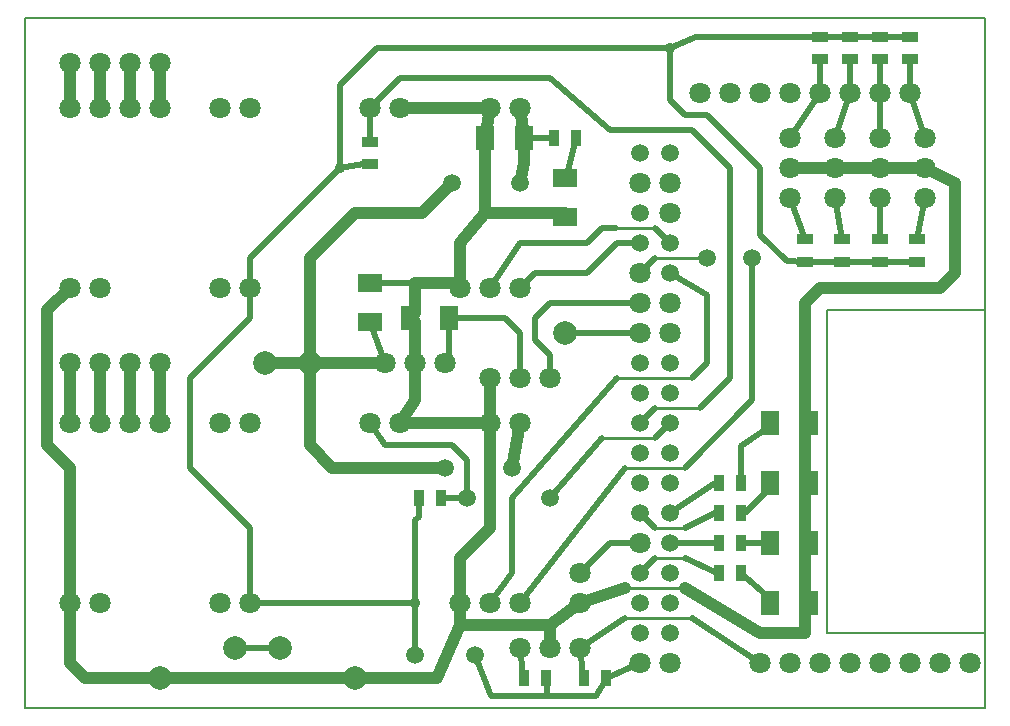
<source format=gtl>
G04 (created by PCBNEW (2013-jul-07)-stable) date dim. 26 avril 2015 11:03:54 CEST*
%MOIN*%
G04 Gerber Fmt 3.4, Leading zero omitted, Abs format*
%FSLAX34Y34*%
G01*
G70*
G90*
G04 APERTURE LIST*
%ADD10C,0.00590551*%
%ADD11C,0.0708661*%
%ADD12R,0.08X0.06*%
%ADD13R,0.06X0.08*%
%ADD14R,0.035X0.055*%
%ADD15R,0.055X0.035*%
%ADD16C,0.0787*%
%ADD17C,0.0590551*%
%ADD18C,0.035*%
%ADD19C,0.0393701*%
%ADD20C,0.019685*%
%ADD21C,0.01*%
G04 APERTURE END LIST*
G54D10*
X32000Y23000D02*
X32000Y0D01*
X0Y0D02*
X0Y23000D01*
X0Y0D02*
X32000Y0D01*
X0Y23000D02*
X32000Y23000D01*
X26750Y13250D02*
X32000Y13250D01*
X26750Y2500D02*
X26750Y13250D01*
X32000Y2500D02*
X26750Y2500D01*
G54D11*
X1500Y14000D03*
X2500Y14000D03*
X6500Y14000D03*
X7500Y14000D03*
X14500Y14000D03*
X15500Y14000D03*
X16500Y14000D03*
X16500Y20000D03*
X15500Y20000D03*
X12500Y20000D03*
X11500Y20000D03*
X7500Y20000D03*
X6500Y20000D03*
X4500Y20000D03*
X3500Y20000D03*
X2500Y20000D03*
X1500Y20000D03*
X12000Y11500D03*
X13000Y11500D03*
X14000Y11500D03*
G54D12*
X11500Y12850D03*
X11500Y14150D03*
G54D13*
X14150Y13000D03*
X12850Y13000D03*
X16650Y19000D03*
X15350Y19000D03*
G54D14*
X19375Y1000D03*
X18625Y1000D03*
X23125Y6500D03*
X23875Y6500D03*
X23125Y7500D03*
X23875Y7500D03*
X17625Y19000D03*
X18375Y19000D03*
G54D15*
X11500Y18875D03*
X11500Y18125D03*
G54D14*
X13875Y7000D03*
X13125Y7000D03*
X23125Y5500D03*
X23875Y5500D03*
X17375Y1000D03*
X16625Y1000D03*
G54D15*
X29750Y15625D03*
X29750Y14875D03*
X28500Y14875D03*
X28500Y15625D03*
X27250Y14875D03*
X27250Y15625D03*
X26000Y14875D03*
X26000Y15625D03*
X26500Y21625D03*
X26500Y22375D03*
X27500Y21625D03*
X27500Y22375D03*
X29500Y21625D03*
X29500Y22375D03*
X28500Y21625D03*
X28500Y22375D03*
G54D14*
X23125Y4500D03*
X23875Y4500D03*
G54D11*
X1500Y11500D03*
X2500Y11500D03*
X3500Y11500D03*
X4500Y11500D03*
X1500Y21500D03*
X2500Y21500D03*
X3500Y21500D03*
X4500Y21500D03*
X30000Y17000D03*
X30000Y18000D03*
X30000Y19000D03*
X16500Y2000D03*
X17500Y2000D03*
X18500Y2000D03*
X28500Y17000D03*
X28500Y18000D03*
X28500Y19000D03*
X27000Y17000D03*
X27000Y18000D03*
X27000Y19000D03*
X25500Y17000D03*
X25500Y18000D03*
X25500Y19000D03*
X18500Y3500D03*
X18500Y4500D03*
X1500Y3500D03*
X2500Y3500D03*
X6500Y3500D03*
X7500Y3500D03*
X14500Y3500D03*
X15500Y3500D03*
X16500Y3500D03*
X16500Y9500D03*
X15500Y9500D03*
X12500Y9500D03*
X11500Y9500D03*
X7500Y9500D03*
X6500Y9500D03*
X4500Y9500D03*
X3500Y9500D03*
X2500Y9500D03*
X1500Y9500D03*
G54D16*
X7000Y2000D03*
X9500Y11500D03*
X11000Y1000D03*
X18000Y12500D03*
X8500Y2000D03*
X4500Y1000D03*
X8000Y11500D03*
G54D11*
X31500Y1500D03*
X30500Y1500D03*
X29500Y1500D03*
X28500Y1500D03*
X27500Y1500D03*
X26500Y1500D03*
X25500Y1500D03*
X24500Y1500D03*
X22500Y20500D03*
X23500Y20500D03*
X24500Y20500D03*
X25500Y20500D03*
X29500Y20500D03*
X28500Y20500D03*
X27500Y20500D03*
X26500Y20500D03*
G54D17*
X21500Y2500D03*
X20500Y2500D03*
X21500Y3500D03*
X20500Y3500D03*
X21500Y4500D03*
X20500Y4500D03*
X21500Y5500D03*
G54D11*
X20500Y5500D03*
X21500Y1500D03*
X20500Y1500D03*
G54D17*
X20500Y6500D03*
X21500Y6500D03*
X21500Y7500D03*
X20500Y7500D03*
X21500Y8500D03*
X20500Y8500D03*
X21500Y9500D03*
X20500Y9500D03*
X21500Y10500D03*
X20500Y10500D03*
X21500Y11500D03*
X20500Y11500D03*
G54D11*
X21500Y12500D03*
X20500Y12500D03*
X21500Y13500D03*
X20500Y13500D03*
G54D17*
X21500Y14500D03*
G54D11*
X20500Y14500D03*
G54D17*
X21500Y15500D03*
X20500Y15500D03*
G54D11*
X21500Y16500D03*
G54D17*
X20500Y16500D03*
G54D11*
X21500Y17500D03*
X20500Y17500D03*
G54D17*
X21500Y18500D03*
X20500Y18500D03*
G54D11*
X15500Y11000D03*
X16500Y11000D03*
X17500Y11000D03*
G54D13*
X26150Y9500D03*
X24850Y9500D03*
X26150Y7500D03*
X24850Y7500D03*
X26150Y5500D03*
X24850Y5500D03*
X26150Y3500D03*
X24850Y3500D03*
G54D12*
X18000Y16350D03*
X18000Y17650D03*
G54D17*
X14250Y17500D03*
X16500Y17500D03*
X14000Y8000D03*
X16250Y8000D03*
G54D18*
X21500Y22000D03*
X13000Y3500D03*
X10500Y18000D03*
G54D17*
X13000Y1750D03*
X15000Y1750D03*
G54D18*
X14500Y2750D03*
G54D17*
X24250Y15000D03*
X22750Y15000D03*
X14750Y7000D03*
X17500Y7000D03*
G54D19*
X16650Y19000D02*
X16650Y18150D01*
X9500Y15000D02*
X9500Y11500D01*
X11000Y16500D02*
X9500Y15000D01*
X13250Y16500D02*
X11000Y16500D01*
X14250Y17500D02*
X13250Y16500D01*
X16650Y18150D02*
X16500Y17500D01*
X9500Y11500D02*
X8000Y11500D01*
X10250Y8000D02*
X9500Y8750D01*
X9500Y8750D02*
X9500Y11500D01*
X14000Y8000D02*
X10250Y8000D01*
X16500Y9500D02*
X16250Y8000D01*
G54D20*
X17625Y19000D02*
X16650Y19000D01*
G54D19*
X16500Y20000D02*
X16650Y19070D01*
X9500Y11500D02*
X12000Y11500D01*
G54D20*
X11500Y12850D02*
X12000Y11490D01*
X19400Y1000D02*
X20500Y1500D01*
X13125Y7000D02*
X13125Y6375D01*
X13000Y6250D02*
X13000Y3500D01*
X13125Y6375D02*
X13000Y6250D01*
X22000Y19750D02*
X21500Y20250D01*
X21500Y20250D02*
X21500Y22000D01*
X11750Y22000D02*
X10500Y20750D01*
X10500Y20750D02*
X10500Y18000D01*
X17750Y22000D02*
X11750Y22000D01*
X21500Y22000D02*
X17750Y22000D01*
X26500Y22375D02*
X22375Y22375D01*
X22375Y22375D02*
X21500Y22000D01*
X17400Y410D02*
X15550Y400D01*
X13000Y3500D02*
X7500Y3500D01*
X13000Y1750D02*
X13000Y3500D01*
X15550Y400D02*
X15000Y1750D01*
X25397Y14878D02*
X24500Y15750D01*
X24500Y15750D02*
X24500Y15750D01*
X24500Y15750D02*
X24500Y18000D01*
X26000Y14875D02*
X25397Y14878D01*
X22750Y19750D02*
X22000Y19750D01*
X24500Y18000D02*
X22750Y19750D01*
X7500Y13000D02*
X5500Y11000D01*
X7500Y6000D02*
X7500Y3500D01*
X5500Y8000D02*
X7500Y6000D01*
X5500Y11000D02*
X5500Y8000D01*
X19030Y400D02*
X19400Y1000D01*
X19400Y1000D02*
X19400Y1000D01*
X17400Y410D02*
X19030Y400D01*
X17400Y1010D02*
X17400Y410D01*
X7500Y13000D02*
X7500Y14000D01*
X7500Y14000D02*
X7500Y15000D01*
X7500Y15000D02*
X10500Y18000D01*
X10500Y18000D02*
X11480Y18150D01*
X28500Y14875D02*
X29750Y14875D01*
X27250Y14875D02*
X28500Y14875D01*
X26000Y14875D02*
X27250Y14875D01*
X28500Y22375D02*
X29500Y22375D01*
X27500Y22375D02*
X28500Y22375D01*
X26500Y22375D02*
X27500Y22375D01*
G54D19*
X13000Y14140D02*
X13000Y13150D01*
X15350Y19000D02*
X15350Y16500D01*
X14500Y15500D02*
X15350Y16500D01*
X14500Y15500D02*
X14500Y14000D01*
X1500Y8000D02*
X1500Y3500D01*
X1500Y14000D02*
X750Y13250D01*
X750Y13250D02*
X750Y8750D01*
X750Y8750D02*
X1500Y8000D01*
X15500Y9500D02*
X15500Y6000D01*
X14500Y5000D02*
X14500Y3500D01*
X15500Y6000D02*
X14500Y5000D01*
X15500Y20000D02*
X15360Y19150D01*
X30000Y18000D02*
X31000Y17500D01*
X31000Y14500D02*
X30500Y14000D01*
X30500Y14000D02*
X26500Y14000D01*
X31000Y17500D02*
X31000Y14500D01*
X17500Y2000D02*
X17500Y2750D01*
X17500Y2750D02*
X14500Y2750D01*
X12500Y9500D02*
X15500Y9500D01*
X4500Y1000D02*
X11000Y1000D01*
X17500Y2000D02*
X17500Y2750D01*
X17500Y2750D02*
X18500Y3500D01*
X18500Y3500D02*
X20000Y4000D01*
X1500Y3500D02*
X1500Y1500D01*
X2000Y1000D02*
X4500Y1000D01*
X1500Y1500D02*
X2000Y1000D01*
X11000Y1000D02*
X13750Y1000D01*
X13750Y1000D02*
X14500Y2750D01*
X14500Y2750D02*
X14500Y3500D01*
X15500Y9500D02*
X15500Y11000D01*
G54D20*
X12350Y14150D02*
X13000Y14150D01*
G54D19*
X13000Y14150D02*
X14350Y14150D01*
G54D20*
X12350Y14150D02*
X11500Y14150D01*
G54D19*
X13000Y11500D02*
X13000Y10250D01*
X13000Y10250D02*
X12500Y9500D01*
X13000Y11500D02*
X13000Y12850D01*
X28500Y18000D02*
X30000Y18000D01*
X27000Y18000D02*
X28500Y18000D01*
X25500Y18000D02*
X27000Y18000D01*
X12500Y20000D02*
X15500Y20000D01*
X26000Y13500D02*
X26000Y9500D01*
X26500Y14000D02*
X26000Y13500D01*
X26000Y9500D02*
X26000Y7500D01*
G54D21*
X20000Y4000D02*
X22000Y4000D01*
G54D19*
X26000Y7500D02*
X26000Y5500D01*
X26000Y5500D02*
X26000Y3500D01*
X22000Y4000D02*
X24500Y2500D01*
X26000Y2500D02*
X26000Y3500D01*
X24500Y2500D02*
X26000Y2500D01*
X15350Y16500D02*
X18000Y16500D01*
X1500Y9500D02*
X1500Y11500D01*
X4500Y9500D02*
X4500Y11500D01*
X3500Y9500D02*
X3500Y11500D01*
X2500Y9500D02*
X2500Y11500D01*
X4500Y21500D02*
X4500Y20000D01*
X3500Y21500D02*
X3500Y20000D01*
X2500Y21500D02*
X2500Y20000D01*
X1500Y21500D02*
X1500Y20000D01*
G54D20*
X20500Y15500D02*
X19750Y15500D01*
X18750Y14500D02*
X17000Y14500D01*
X17000Y14500D02*
X16500Y14000D01*
X19750Y15500D02*
X18750Y14500D01*
X21500Y15500D02*
X21000Y16000D01*
X19250Y16000D02*
X18750Y15500D01*
X19700Y16000D02*
X19250Y16000D01*
G54D21*
X21000Y16000D02*
X19700Y16000D01*
G54D20*
X18750Y15500D02*
X16500Y15500D01*
X16500Y15500D02*
X15500Y14000D01*
X21500Y5500D02*
X23125Y5500D01*
G54D21*
X22000Y8000D02*
X20000Y8000D01*
G54D20*
X20500Y14500D02*
X21000Y15000D01*
X16500Y3500D02*
X20000Y8000D01*
X22000Y8000D02*
X24250Y10250D01*
X24250Y10250D02*
X24250Y15000D01*
G54D21*
X21000Y15000D02*
X22750Y15000D01*
G54D20*
X16250Y4500D02*
X15500Y3500D01*
X16250Y7000D02*
X16250Y4500D01*
X19750Y11000D02*
X16250Y7000D01*
G54D21*
X22250Y11000D02*
X19750Y11000D01*
G54D20*
X22750Y11500D02*
X22250Y11000D01*
X22750Y13750D02*
X22750Y11500D01*
X21500Y14500D02*
X22750Y13750D01*
X18375Y19000D02*
X18000Y17500D01*
X18500Y2000D02*
X18600Y1130D01*
X20000Y3000D02*
X18500Y2000D01*
G54D21*
X22250Y3000D02*
X20000Y3000D01*
G54D20*
X24500Y1500D02*
X22250Y3000D01*
X16500Y2000D02*
X16590Y1120D01*
X30000Y17000D02*
X29750Y15625D01*
X28500Y17000D02*
X28500Y15625D01*
X27000Y17000D02*
X27250Y15625D01*
X25500Y17000D02*
X26000Y15625D01*
X8500Y2000D02*
X7000Y2000D01*
X16500Y11000D02*
X16500Y12500D01*
X16000Y13000D02*
X14150Y13000D01*
X16500Y12500D02*
X16000Y13000D01*
X14150Y13000D02*
X14150Y11650D01*
X17500Y11000D02*
X17500Y11750D01*
X17500Y13500D02*
X20500Y13500D01*
X17000Y13000D02*
X17500Y13500D01*
X17000Y12250D02*
X17000Y13000D01*
X17500Y11750D02*
X17000Y12250D01*
X18000Y12500D02*
X20500Y12500D01*
X20500Y6500D02*
X21000Y6000D01*
X22000Y6000D02*
X23000Y6500D01*
G54D21*
X21000Y6000D02*
X22000Y6000D01*
G54D20*
X23000Y7500D02*
X21500Y6500D01*
X18500Y4500D02*
X19500Y5500D01*
X19500Y5500D02*
X20500Y5500D01*
X11500Y20000D02*
X12500Y21000D01*
G54D21*
X21000Y10000D02*
X22500Y10000D01*
G54D20*
X22500Y10000D02*
X23500Y11000D01*
X23500Y11000D02*
X23500Y18000D01*
X23500Y18000D02*
X22250Y19250D01*
X22250Y19250D02*
X19500Y19250D01*
X21000Y10000D02*
X20500Y9500D01*
X17500Y21000D02*
X19500Y19250D01*
X12500Y21000D02*
X17500Y21000D01*
X11500Y18875D02*
X11500Y20000D01*
X20500Y4500D02*
X21000Y5000D01*
X22000Y5000D02*
X23080Y4490D01*
G54D21*
X21000Y5000D02*
X22000Y5000D01*
G54D20*
X29500Y21625D02*
X29500Y20500D01*
X29500Y20500D02*
X29500Y20500D01*
X29500Y20500D02*
X30000Y19000D01*
X28500Y20500D02*
X28500Y19000D01*
X28500Y21625D02*
X28500Y20500D01*
X26500Y20500D02*
X26500Y20500D01*
X26500Y20500D02*
X25500Y19000D01*
X26500Y21625D02*
X26500Y20500D01*
X27500Y20500D02*
X27000Y19000D01*
X27000Y19000D02*
X27000Y19000D01*
X27500Y21625D02*
X27500Y20500D01*
X14750Y8250D02*
X14750Y7000D01*
X14250Y8750D02*
X14750Y8250D01*
X12000Y8750D02*
X14250Y8750D01*
X11500Y9500D02*
X12000Y8750D01*
X14750Y7000D02*
X14000Y7000D01*
X19250Y9000D02*
X17500Y7000D01*
X21500Y9500D02*
X21000Y9000D01*
G54D21*
X21000Y9000D02*
X19250Y9000D01*
G54D20*
X23875Y5500D02*
X25000Y5500D01*
X25000Y3500D02*
X23880Y4500D01*
X25000Y7500D02*
X24000Y6500D01*
X25000Y9500D02*
X23880Y8720D01*
X23880Y8720D02*
X23875Y7500D01*
M02*

</source>
